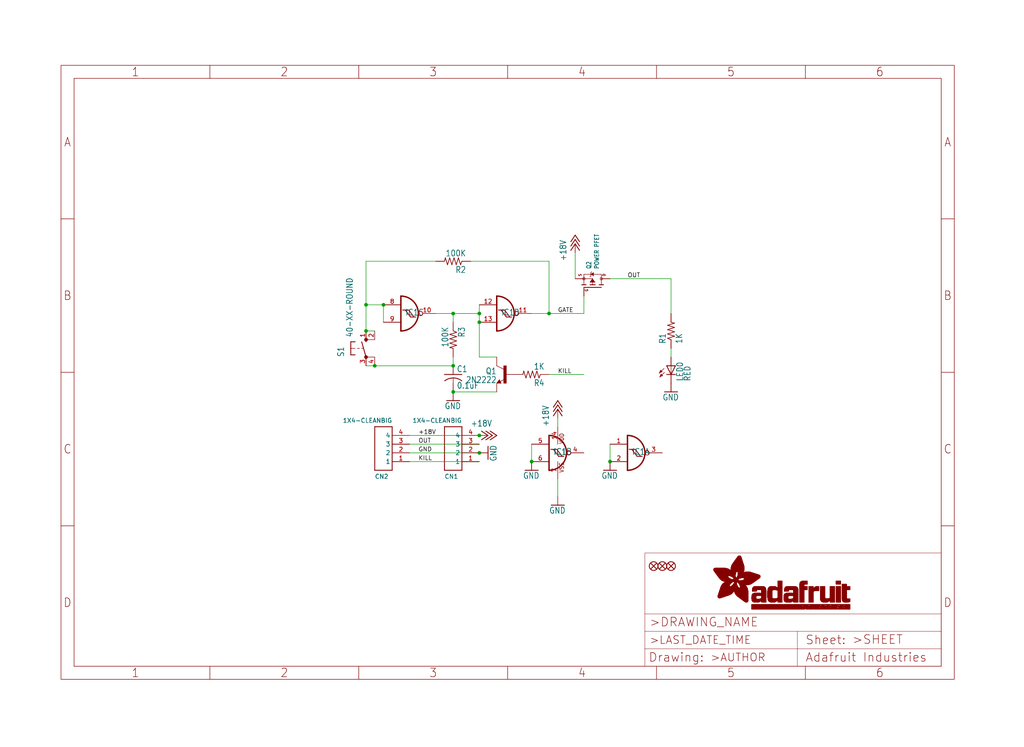
<source format=kicad_sch>
(kicad_sch (version 20211123) (generator eeschema)
  (paper "User" 298.45 217.881)
  (lib_symbols
    (symbol "eagleSchem-eagle-import:+18V" (power)
      (property "Value" "+18V" (at -2.54 -5.08 90))
      (symbol "+18V_1_0"
        (pin power_in line (at 0 -2.54 90) (length 2.54) (name "+18V") (number "1"))
      )
    )
    (symbol "eagleSchem-eagle-import:-NPN-SOT23-BEC"
      (property "Reference" "T" (at -10.16 7.62 0))
      (property "Value" "-NPN-SOT23-BEC" (at -10.16 5.08 0))
      (symbol "-NPN-SOT23-BEC_1_0"
        (pin passive line (at -2.54 0 0) (length 2.54) (name "B") (number "B"))
        (pin passive line (at 2.54 5.08 270) (length 2.54) (name "C") (number "C"))
        (pin passive line (at 2.54 -5.08 90) (length 2.54) (name "E") (number "E"))
      )
    )
    (symbol "eagleSchem-eagle-import:1X4-CLEANBIG"
      (property "Reference" "CN" (at 5.08 7.62 0))
      (property "Value" "1X4-CLEANBIG" (at 0 -10.16 0))
      (symbol "1X4-CLEANBIG_1_0"
        (pin bidirectional line (at -5.08 2.54 0) (length 5.08) (name "1") (number "1"))
        (pin bidirectional line (at -5.08 0 0) (length 5.08) (name "2") (number "2"))
        (pin bidirectional line (at -5.08 -2.54 0) (length 5.08) (name "3") (number "3"))
        (pin bidirectional line (at -5.08 -5.08 0) (length 5.08) (name "4") (number "4"))
      )
    )
    (symbol "eagleSchem-eagle-import:40-XX-ROUND"
      (property "Reference" "S" (at -6.35 -2.54 90))
      (property "Value" "40-XX-ROUND" (at -3.81 3.175 90))
      (symbol "40-XX-ROUND_1_0"
        (pin passive line (at 0 5.08 270) (length 2.54) (name "S") (number "1"))
        (pin passive line (at 2.54 5.08 270) (length 2.54) (name "S1") (number "2"))
        (pin passive line (at 0 -5.08 90) (length 2.54) (name "P") (number "3"))
        (pin passive line (at 2.54 -5.08 90) (length 2.54) (name "P1") (number "4"))
      )
    )
    (symbol "eagleSchem-eagle-import:4093DT"
      (property "Reference" "IC" (at -1.27 -0.635 0))
      (symbol "4093DT_1_0"
        (pin input line (at -7.62 2.54 0) (length 5.08) (name "I0") (number "1"))
        (pin input line (at -7.62 -2.54 0) (length 5.08) (name "I1") (number "2"))
        (pin output inverted (at 7.62 0 180) (length 5.08) (name "O") (number "3"))
      )
      (symbol "4093DT_2_0"
        (pin output inverted (at 7.62 0 180) (length 5.08) (name "O") (number "4"))
        (pin input line (at -7.62 2.54 0) (length 5.08) (name "I0") (number "5"))
        (pin input line (at -7.62 -2.54 0) (length 5.08) (name "I1") (number "6"))
      )
      (symbol "4093DT_3_0"
        (pin output inverted (at 7.62 0 180) (length 5.08) (name "O") (number "10"))
        (pin input line (at -7.62 2.54 0) (length 5.08) (name "I0") (number "8"))
        (pin input line (at -7.62 -2.54 0) (length 5.08) (name "I1") (number "9"))
      )
      (symbol "4093DT_4_0"
        (pin output inverted (at 7.62 0 180) (length 5.08) (name "O") (number "11"))
        (pin input line (at -7.62 2.54 0) (length 5.08) (name "I0") (number "12"))
        (pin input line (at -7.62 -2.54 0) (length 5.08) (name "I1") (number "13"))
      )
      (symbol "4093DT_5_0"
        (text "VDD" (at 1.905 2.54 900) (effects (font (size 1.27 1.0795)) (justify left bottom)))
        (text "VSS" (at 1.905 -5.842 900) (effects (font (size 1.27 1.0795)) (justify left bottom)))
        (pin power_in line (at 0 7.62 270) (length 5.08) (name "VDD") (number "14"))
        (pin power_in line (at 0 -7.62 90) (length 5.08) (name "VSS") (number "7"))
      )
    )
    (symbol "eagleSchem-eagle-import:C-USC0805"
      (property "Reference" "C" (at 1.016 0.635 0))
      (property "Value" "C-USC0805" (at 1.016 -4.191 0))
      (symbol "C-USC0805_1_0"
        (pin passive line (at 0 2.54 270) (length 2.54) (name "1") (number "1"))
        (pin passive line (at 0 -5.08 90) (length 2.54) (name "2") (number "2"))
      )
    )
    (symbol "eagleSchem-eagle-import:FIDUCIAL{dblquote}{dblquote}")
    (symbol "eagleSchem-eagle-import:FRAME_A4_ADAFRUIT"
      (symbol "FRAME_A4_ADAFRUIT_1_0"
        (text "1" (at 21.6958 1.905 0) (effects (font (size 2.54 2.286))))
        (text "1" (at 21.6958 177.165 0) (effects (font (size 2.54 2.286))))
        (text "2" (at 65.0875 1.905 0) (effects (font (size 2.54 2.286))))
        (text "2" (at 65.0875 177.165 0) (effects (font (size 2.54 2.286))))
        (text "3" (at 108.4792 1.905 0) (effects (font (size 2.54 2.286))))
        (text "3" (at 108.4792 177.165 0) (effects (font (size 2.54 2.286))))
        (text "4" (at 151.8708 1.905 0) (effects (font (size 2.54 2.286))))
        (text "4" (at 151.8708 177.165 0) (effects (font (size 2.54 2.286))))
        (text "5" (at 195.2625 1.905 0) (effects (font (size 2.54 2.286))))
        (text "5" (at 195.2625 177.165 0) (effects (font (size 2.54 2.286))))
        (text "6" (at 238.6542 1.905 0) (effects (font (size 2.54 2.286))))
        (text "6" (at 238.6542 177.165 0) (effects (font (size 2.54 2.286))))
        (text ">AUTHOR" (at 189.23 5.08 0) (effects (font (size 2.286 2.286)) (justify left bottom)))
        (text ">DRAWING_NAME" (at 171.45 15.24 0) (effects (font (size 2.54 2.54)) (justify left bottom)))
        (text ">LAST_DATE_TIME" (at 171.45 10.16 0) (effects (font (size 2.286 2.286)) (justify left bottom)))
        (text ">SHEET" (at 230.505 10.16 0) (effects (font (size 2.54 2.54)) (justify left bottom)))
        (text "A" (at 1.905 156.6863 0) (effects (font (size 2.54 2.286))))
        (text "A" (at 258.445 156.6863 0) (effects (font (size 2.54 2.286))))
        (text "Adafruit Industries" (at 216.916 4.953 0) (effects (font (size 2.54 2.54)) (justify left bottom)))
        (text "B" (at 1.905 111.9188 0) (effects (font (size 2.54 2.286))))
        (text "B" (at 258.445 111.9188 0) (effects (font (size 2.54 2.286))))
        (text "C" (at 1.905 67.1513 0) (effects (font (size 2.54 2.286))))
        (text "C" (at 258.445 67.1513 0) (effects (font (size 2.54 2.286))))
        (text "D" (at 1.905 22.3838 0) (effects (font (size 2.54 2.286))))
        (text "D" (at 258.445 22.3838 0) (effects (font (size 2.54 2.286))))
        (text "Drawing:" (at 171.196 4.953 0) (effects (font (size 2.54 2.54)) (justify left bottom)))
        (text "Sheet:" (at 216.916 10.033 0) (effects (font (size 2.54 2.54)) (justify left bottom)))
      )
    )
    (symbol "eagleSchem-eagle-import:GND" (power)
      (property "Value" "GND" (at -2.54 -2.54 0))
      (symbol "GND_1_0"
        (pin power_in line (at 0 2.54 270) (length 2.54) (name "GND") (number "1"))
      )
    )
    (symbol "eagleSchem-eagle-import:LEDCHIP-LED0805"
      (property "Reference" "LED" (at 3.556 -4.572 90))
      (property "Value" "LEDCHIP-LED0805" (at 5.715 -4.572 90))
      (symbol "LEDCHIP-LED0805_1_0"
        (pin passive line (at 0 2.54 270) (length 2.54) (name "A") (number "A"))
        (pin passive line (at 0 -5.08 90) (length 2.54) (name "C") (number "C"))
      )
    )
    (symbol "eagleSchem-eagle-import:MOSFET-PWIDE"
      (property "Reference" "Q" (at 2.794 0.381 0))
      (property "Value" "MOSFET-PWIDE" (at 2.794 -1.905 0))
      (symbol "MOSFET-PWIDE_1_0"
        (text "D" (at 0.635 -3.81 0) (effects (font (size 0.8128 0.6908)) (justify left bottom)))
        (text "G" (at -3.81 1.27 0) (effects (font (size 0.8128 0.6908)) (justify left bottom)))
        (text "S" (at 0.635 3.175 0) (effects (font (size 0.8128 0.6908)) (justify left bottom)))
        (pin passive line (at -5.08 2.54 0) (length 2.54) (name "G") (number "1"))
        (pin passive line (at 0 5.08 270) (length 2.54) (name "S") (number "2"))
        (pin passive line (at 0 -5.08 90) (length 2.54) (name "D") (number "3"))
      )
    )
    (symbol "eagleSchem-eagle-import:R-US_R0805"
      (property "Reference" "R" (at -3.81 1.4986 0))
      (property "Value" "R-US_R0805" (at -3.81 -3.302 0))
      (symbol "R-US_R0805_1_0"
        (pin passive line (at -5.08 0 0) (length 2.54) (name "1") (number "1"))
        (pin passive line (at 5.08 0 180) (length 2.54) (name "2") (number "2"))
      )
    )
  )
  (junction (at 132.08 91.44))
  (junction (at 132.08 114.3))
  (junction (at 154.94 134.62))
  (junction (at 177.8 134.62))
  (junction (at 139.7 127))
  (junction (at 139.7 93.98))
  (junction (at 106.68 88.9))
  (junction (at 132.08 106.68))
  (junction (at 160.02 91.44))
  (junction (at 111.76 88.9))
  (junction (at 109.22 106.68))
  (junction (at 139.7 132.08))
  (junction (at 106.68 96.52))
  (junction (at 139.7 91.44))
  (wire (pts (xy 119.38 127) (xy 139.7 127)))
  (wire (pts (xy 162.56 139.7) (xy 162.56 144.78)))
  (wire (pts (xy 132.08 91.44) (xy 132.08 93.98)))
  (wire (pts (xy 170.18 91.44) (xy 170.18 86.36)))
  (wire (pts (xy 177.8 81.28) (xy 195.58 81.28)))
  (wire (pts (xy 111.76 88.9) (xy 111.76 93.98)))
  (wire (pts (xy 139.7 91.44) (xy 139.7 88.9)))
  (wire (pts (xy 119.38 132.08) (xy 139.7 132.08)))
  (wire (pts (xy 106.68 106.68) (xy 109.22 106.68)))
  (wire (pts (xy 109.22 106.68) (xy 132.08 106.68)))
  (wire (pts (xy 160.02 109.22) (xy 170.18 109.22)))
  (wire (pts (xy 139.7 104.14) (xy 139.7 93.98)))
  (wire (pts (xy 160.02 91.44) (xy 170.18 91.44)))
  (wire (pts (xy 154.94 134.62) (xy 154.94 129.54)))
  (wire (pts (xy 119.38 134.62) (xy 139.7 134.62)))
  (wire (pts (xy 167.64 73.66) (xy 167.64 81.28)))
  (wire (pts (xy 132.08 91.44) (xy 139.7 91.44)))
  (wire (pts (xy 132.08 106.68) (xy 132.08 104.14)))
  (wire (pts (xy 111.76 88.9) (xy 106.68 88.9)))
  (wire (pts (xy 132.08 114.3) (xy 144.78 114.3)))
  (wire (pts (xy 195.58 104.14) (xy 195.58 101.6)))
  (wire (pts (xy 177.8 129.54) (xy 177.8 134.62)))
  (wire (pts (xy 162.56 124.46) (xy 162.56 121.92)))
  (wire (pts (xy 144.78 104.14) (xy 139.7 104.14)))
  (wire (pts (xy 137.16 76.2) (xy 160.02 76.2)))
  (wire (pts (xy 119.38 129.54) (xy 139.7 129.54)))
  (wire (pts (xy 154.94 91.44) (xy 160.02 91.44)))
  (wire (pts (xy 195.58 81.28) (xy 195.58 91.44)))
  (wire (pts (xy 160.02 76.2) (xy 160.02 91.44)))
  (wire (pts (xy 127 91.44) (xy 132.08 91.44)))
  (wire (pts (xy 106.68 96.52) (xy 109.22 96.52)))
  (wire (pts (xy 106.68 96.52) (xy 106.68 88.9)))
  (wire (pts (xy 106.68 88.9) (xy 106.68 76.2)))
  (wire (pts (xy 106.68 76.2) (xy 127 76.2)))
  (wire (pts (xy 139.7 93.98) (xy 139.7 91.44)))
  (label "GND" (at 121.92 132.08 0) (effects (font (size 1.2446 1.2446))))
  (label "GATE" (at 162.56 91.44 0) (effects (font (size 1.2446 1.2446))))
  (label "OUT" (at 121.92 129.54 0) (effects (font (size 1.2446 1.2446))))
  (label "+18V" (at 121.92 127 0) (effects (font (size 1.2446 1.2446))))
  (label "OUT" (at 182.88 81.28 0) (effects (font (size 1.2446 1.2446))))
  (label "KILL" (at 121.92 134.62 0) (effects (font (size 1.2446 1.2446))))
  (label "KILL" (at 162.56 109.22 0) (effects (font (size 1.2446 1.2446))))
  (symbol (lib_id "eagleSchem-eagle-import:1X4-CLEANBIG") (at 114.3 132.08 180) (unit 1)
    (property "Reference" "CN2" (at 109.22 139.7 0) (effects (justify right top)))
    (property "Value" "1X4-CLEANBIG" (at 114.3 121.92 0) (effects (justify left bottom)))
    (property "Footprint" "eagleSchem:1X04-CLEANBIG" (effects hide))
  )
  (symbol (lib_id "eagleSchem-eagle-import:LEDCHIP-LED0805") (at 195.58 106.68 0) (unit 1)
    (property "Reference" "LED0" (at 199.136 111.252 90) (effects (font (size 1.778 1.5113)) (justify left bottom)))
    (property "Value" "RED" (at 201.295 111.252 90) (effects (font (size 1.778 1.5113)) (justify left bottom)))
    (property "Footprint" "eagleSchem:CHIP-LED0805" (effects hide))
  )
  (symbol (lib_id "eagleSchem-eagle-import:GND") (at 154.94 137.16 0) (unit 1)
    (property "Reference" "#GND4" (effects hide))
    (property "Value" "GND" (at 152.4 139.7 0) (effects (font (size 1.778 1.5113)) (justify left bottom)))
    (property "Footprint" "eagleSchem:" (effects hide))
  )
  (symbol (lib_id "eagleSchem-eagle-import:C-USC0805") (at 132.08 109.22 0) (unit 1)
    (property "Reference" "C1" (at 133.096 108.585 0) (effects (font (size 1.778 1.5113)) (justify left bottom)))
    (property "Value" "0.1uF" (at 133.096 113.411 0) (effects (font (size 1.778 1.5113)) (justify left bottom)))
    (property "Footprint" "eagleSchem:C0805" (effects hide))
  )
  (symbol (lib_id "eagleSchem-eagle-import:GND") (at 162.56 147.32 0) (unit 1)
    (property "Reference" "#GND1" (effects hide))
    (property "Value" "GND" (at 160.02 149.86 0) (effects (font (size 1.778 1.5113)) (justify left bottom)))
    (property "Footprint" "eagleSchem:" (effects hide))
  )
  (symbol (lib_id "eagleSchem-eagle-import:GND") (at 142.24 132.08 90) (unit 1)
    (property "Reference" "#GND5" (effects hide))
    (property "Value" "GND" (at 144.78 134.62 0) (effects (font (size 1.778 1.5113)) (justify left bottom)))
    (property "Footprint" "eagleSchem:" (effects hide))
  )
  (symbol (lib_id "eagleSchem-eagle-import:1X4-CLEANBIG") (at 134.62 132.08 180) (unit 1)
    (property "Reference" "CN1" (at 129.54 139.7 0) (effects (justify right top)))
    (property "Value" "1X4-CLEANBIG" (at 134.62 121.92 0) (effects (justify left bottom)))
    (property "Footprint" "eagleSchem:1X04-CLEANBIG" (effects hide))
  )
  (symbol (lib_id "eagleSchem-eagle-import:FIDUCIAL{dblquote}{dblquote}") (at 190.5 165.1 0) (unit 1)
    (property "Reference" "FID1" (effects hide))
    (property "Value" "FIDUCIAL{dblquote}{dblquote}" (effects hide))
    (property "Footprint" "eagleSchem:FIDUCIAL_1MM" (effects hide))
  )
  (symbol (lib_id "eagleSchem-eagle-import:+18V") (at 167.64 71.12 0) (unit 1)
    (property "Reference" "#P+2" (effects hide))
    (property "Value" "+18V" (at 165.1 76.2 90) (effects (font (size 1.778 1.5113)) (justify left bottom)))
    (property "Footprint" "eagleSchem:" (effects hide))
  )
  (symbol (lib_id "eagleSchem-eagle-import:R-US_R0805") (at 132.08 76.2 180) (unit 1)
    (property "Reference" "R2" (at 135.89 77.6986 0) (effects (font (size 1.778 1.5113)) (justify left bottom)))
    (property "Value" "100K" (at 135.89 72.898 0) (effects (font (size 1.778 1.5113)) (justify left bottom)))
    (property "Footprint" "eagleSchem:R0805" (effects hide))
  )
  (symbol (lib_id "eagleSchem-eagle-import:-NPN-SOT23-BEC") (at 147.32 109.22 0) (mirror y) (unit 1)
    (property "Reference" "Q1" (at 144.78 109.22 0) (effects (font (size 1.778 1.5113)) (justify left bottom)))
    (property "Value" "2N2222" (at 144.78 111.76 0) (effects (font (size 1.778 1.5113)) (justify left bottom)))
    (property "Footprint" "eagleSchem:SOT23-BEC" (effects hide))
  )
  (symbol (lib_id "eagleSchem-eagle-import:FIDUCIAL{dblquote}{dblquote}") (at 195.58 165.1 0) (unit 1)
    (property "Reference" "FID3" (effects hide))
    (property "Value" "FIDUCIAL{dblquote}{dblquote}" (effects hide))
    (property "Footprint" "eagleSchem:FIDUCIAL_1MM" (effects hide))
  )
  (symbol (lib_id "eagleSchem-eagle-import:R-US_R0805") (at 195.58 96.52 90) (unit 1)
    (property "Reference" "R1" (at 194.0814 100.33 0) (effects (font (size 1.778 1.5113)) (justify left bottom)))
    (property "Value" "1K" (at 198.882 100.33 0) (effects (font (size 1.778 1.5113)) (justify left bottom)))
    (property "Footprint" "eagleSchem:R0805" (effects hide))
  )
  (symbol (lib_id "eagleSchem-eagle-import:+18V") (at 162.56 119.38 0) (unit 1)
    (property "Reference" "#P+1" (effects hide))
    (property "Value" "+18V" (at 160.02 124.46 90) (effects (font (size 1.778 1.5113)) (justify left bottom)))
    (property "Footprint" "eagleSchem:" (effects hide))
  )
  (symbol (lib_id "eagleSchem-eagle-import:GND") (at 132.08 116.84 0) (unit 1)
    (property "Reference" "#GND2" (effects hide))
    (property "Value" "GND" (at 129.54 119.38 0) (effects (font (size 1.778 1.5113)) (justify left bottom)))
    (property "Footprint" "eagleSchem:" (effects hide))
  )
  (symbol (lib_id "eagleSchem-eagle-import:40-XX-ROUND") (at 106.68 101.6 0) (unit 1)
    (property "Reference" "S1" (at 100.33 104.14 90) (effects (font (size 1.778 1.5113)) (justify left bottom)))
    (property "Value" "40-XX-ROUND" (at 102.87 98.425 90) (effects (font (size 1.778 1.5113)) (justify left bottom)))
    (property "Footprint" "eagleSchem:B3F-40XX-ROUND" (effects hide))
  )
  (symbol (lib_id "eagleSchem-eagle-import:FIDUCIAL{dblquote}{dblquote}") (at 193.04 165.1 0) (unit 1)
    (property "Reference" "FID2" (effects hide))
    (property "Value" "FIDUCIAL{dblquote}{dblquote}" (effects hide))
    (property "Footprint" "eagleSchem:FIDUCIAL_1MM" (effects hide))
  )
  (symbol (lib_id "eagleSchem-eagle-import:FRAME_A4_ADAFRUIT") (at 17.78 198.12 0) (unit 1)
    (property "Reference" "#U$3" (effects hide))
    (property "Value" "FRAME_A4_ADAFRUIT" (effects hide))
    (property "Footprint" "eagleSchem:" (effects hide))
  )
  (symbol (lib_id "eagleSchem-eagle-import:4093DT") (at 162.56 132.08 0) (unit 2)
    (property "Reference" "IC1" (at 161.29 132.715 0) (effects (font (size 1.778 1.5113)) (justify left bottom)))
    (property "Value" "4093DT" (effects hide))
    (property "Footprint" "eagleSchem:MC14093B-TSSOP14" (effects hide))
  )
  (symbol (lib_id "eagleSchem-eagle-import:4093DT") (at 162.56 132.08 0) (unit 5)
    (property "Reference" "IC1" (at 161.29 132.715 0) (effects (font (size 1.778 1.5113)) (justify left bottom)))
    (property "Value" "4093DT" (effects hide))
    (property "Footprint" "eagleSchem:MC14093B-TSSOP14" (effects hide))
  )
  (symbol (lib_id "eagleSchem-eagle-import:4093DT") (at 119.38 91.44 0) (unit 3)
    (property "Reference" "IC1" (at 118.11 92.075 0) (effects (font (size 1.778 1.5113)) (justify left bottom)))
    (property "Value" "4093DT" (effects hide))
    (property "Footprint" "eagleSchem:MC14093B-TSSOP14" (effects hide))
  )
  (symbol (lib_id "eagleSchem-eagle-import:GND") (at 177.8 137.16 0) (unit 1)
    (property "Reference" "#GND6" (effects hide))
    (property "Value" "GND" (at 175.26 139.7 0) (effects (font (size 1.778 1.5113)) (justify left bottom)))
    (property "Footprint" "eagleSchem:" (effects hide))
  )
  (symbol (lib_id "eagleSchem-eagle-import:4093DT") (at 147.32 91.44 0) (unit 4)
    (property "Reference" "IC1" (at 146.05 92.075 0) (effects (font (size 1.778 1.5113)) (justify left bottom)))
    (property "Value" "4093DT" (effects hide))
    (property "Footprint" "eagleSchem:MC14093B-TSSOP14" (effects hide))
  )
  (symbol (lib_id "eagleSchem-eagle-import:R-US_R0805") (at 132.08 99.06 270) (unit 1)
    (property "Reference" "R3" (at 133.5786 95.25 0) (effects (font (size 1.778 1.5113)) (justify left bottom)))
    (property "Value" "100K" (at 128.778 95.25 0) (effects (font (size 1.778 1.5113)) (justify left bottom)))
    (property "Footprint" "eagleSchem:R0805" (effects hide))
  )
  (symbol (lib_id "eagleSchem-eagle-import:4093DT") (at 185.42 132.08 0) (unit 1)
    (property "Reference" "IC1" (at 184.15 132.715 0) (effects (font (size 1.778 1.5113)) (justify left bottom)))
    (property "Value" "4093DT" (effects hide))
    (property "Footprint" "eagleSchem:MC14093B-TSSOP14" (effects hide))
  )
  (symbol (lib_id "eagleSchem-eagle-import:+18V") (at 142.24 127 270) (unit 1)
    (property "Reference" "#P+3" (effects hide))
    (property "Value" "+18V" (at 137.16 124.46 90) (effects (font (size 1.778 1.5113)) (justify left bottom)))
    (property "Footprint" "eagleSchem:" (effects hide))
  )
  (symbol (lib_id "eagleSchem-eagle-import:MOSFET-PWIDE") (at 172.72 81.28 90) (unit 1)
    (property "Reference" "Q2" (at 172.339 78.486 0) (effects (font (size 1.27 1.0795)) (justify left bottom)))
    (property "Value" "POWER PFET" (at 174.625 78.486 0) (effects (font (size 1.27 1.0795)) (justify left bottom)))
    (property "Footprint" "eagleSchem:SOT23-WIDE" (effects hide))
  )
  (symbol (lib_id "eagleSchem-eagle-import:GND") (at 195.58 114.3 0) (unit 1)
    (property "Reference" "#GND3" (effects hide))
    (property "Value" "GND" (at 193.04 116.84 0) (effects (font (size 1.778 1.5113)) (justify left bottom)))
    (property "Footprint" "eagleSchem:" (effects hide))
  )
  (symbol (lib_id "eagleSchem-eagle-import:R-US_R0805") (at 154.94 109.22 180) (unit 1)
    (property "Reference" "R4" (at 158.75 110.7186 0) (effects (font (size 1.778 1.5113)) (justify left bottom)))
    (property "Value" "1K" (at 158.75 105.918 0) (effects (font (size 1.778 1.5113)) (justify left bottom)))
    (property "Footprint" "eagleSchem:R0805" (effects hide))
  )
)
</source>
